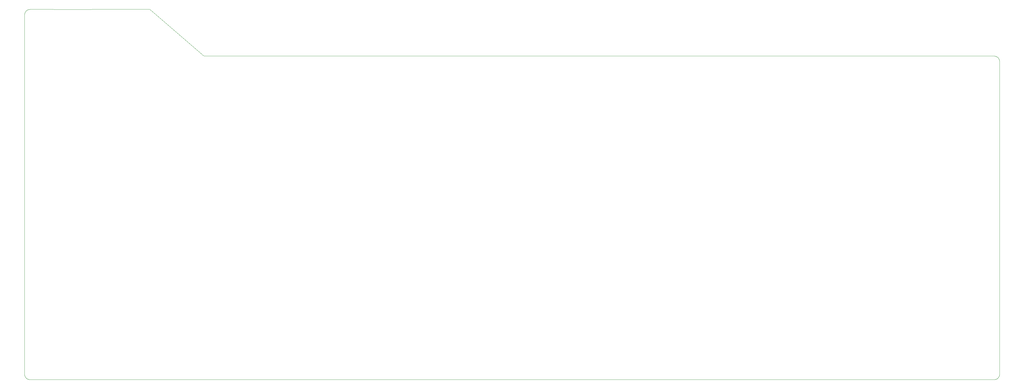
<source format=gm1>
%TF.GenerationSoftware,KiCad,Pcbnew,(6.0.8)*%
%TF.CreationDate,2023-10-10T00:17:19-07:00*%
%TF.ProjectId,CMKC65_R1,434d4b43-3635-45f5-9231-2e6b69636164,rev?*%
%TF.SameCoordinates,Original*%
%TF.FileFunction,Profile,NP*%
%FSLAX46Y46*%
G04 Gerber Fmt 4.6, Leading zero omitted, Abs format (unit mm)*
G04 Created by KiCad (PCBNEW (6.0.8)) date 2023-10-10 00:17:19*
%MOMM*%
%LPD*%
G01*
G04 APERTURE LIST*
%TA.AperFunction,Profile*%
%ADD10C,0.100000*%
%TD*%
%ADD11C,0.100000*%
G04 APERTURE END LIST*
D10*
X16142328Y-131133233D02*
X16142328Y-133724290D01*
X330042559Y-133724806D02*
X330045205Y-37415956D01*
D11*
X16142328Y-133724290D02*
X16151323Y-133903476D01*
X16177729Y-134077385D01*
X16220679Y-134245149D01*
X16279304Y-134405903D01*
X16352736Y-134558778D01*
X16440107Y-134702908D01*
X16540550Y-134837426D01*
X16653196Y-134961465D01*
X16777177Y-135074158D01*
X16911624Y-135174638D01*
X17055671Y-135262039D01*
X17208449Y-135335493D01*
X17369089Y-135394133D01*
X17536725Y-135437093D01*
X17710487Y-135463505D01*
X17889508Y-135472503D01*
D10*
X16142328Y-17786147D02*
X16142328Y-131133233D01*
X328294854Y-31096962D02*
X327104732Y-31097994D01*
D11*
X17890025Y-16038450D02*
X17710839Y-16047440D01*
X17536943Y-16073834D01*
X17369201Y-16116766D01*
X17208479Y-16175371D01*
X17055642Y-16248784D01*
X16911555Y-16336139D01*
X16777084Y-16436572D01*
X16653094Y-16549216D01*
X16540450Y-16673206D01*
X16440017Y-16807677D01*
X16352662Y-16951764D01*
X16279249Y-17104601D01*
X16220644Y-17265323D01*
X16177712Y-17433065D01*
X16151318Y-17606961D01*
X16142328Y-17786147D01*
X330042559Y-32844659D02*
X330033568Y-32665471D01*
X330007174Y-32491574D01*
X329964241Y-32323831D01*
X329905635Y-32163108D01*
X329832221Y-32010271D01*
X329744865Y-31866184D01*
X329644432Y-31731713D01*
X329531787Y-31607723D01*
X329407796Y-31495080D01*
X329273324Y-31394648D01*
X329129236Y-31307294D01*
X328976399Y-31233882D01*
X328815676Y-31175277D01*
X328647934Y-31132345D01*
X328474038Y-31105952D01*
X328294854Y-31096962D01*
D10*
X20520355Y-16038450D02*
X17890025Y-16038450D01*
D11*
X327104732Y-31097994D02*
X74019415Y-31097994D01*
D10*
X17889508Y-135472503D02*
X324992722Y-135473032D01*
X330045205Y-37415956D02*
X330042559Y-32844659D01*
X30422593Y-16047752D02*
X20520355Y-16038450D01*
X73855085Y-31037016D02*
X56390000Y-16040000D01*
D11*
X74019415Y-31097994D02*
X73916332Y-31075908D01*
X73855085Y-31037016D01*
D10*
X324992722Y-135473032D02*
X328294854Y-135472503D01*
X56390000Y-16040000D02*
X44954523Y-16040000D01*
X44954523Y-16040000D02*
X30422593Y-16047752D01*
D11*
X328294854Y-135472503D02*
X328474038Y-135463512D01*
X328647934Y-135437118D01*
X328815676Y-135394185D01*
X328976399Y-135335579D01*
X329129236Y-135262165D01*
X329273324Y-135174809D01*
X329407796Y-135074377D01*
X329531787Y-134961732D01*
X329644432Y-134837741D01*
X329744865Y-134703270D01*
X329832221Y-134559183D01*
X329905635Y-134406346D01*
X329964241Y-134245624D01*
X330007174Y-134077883D01*
X330033568Y-133903989D01*
X330042559Y-133724806D01*
M02*

</source>
